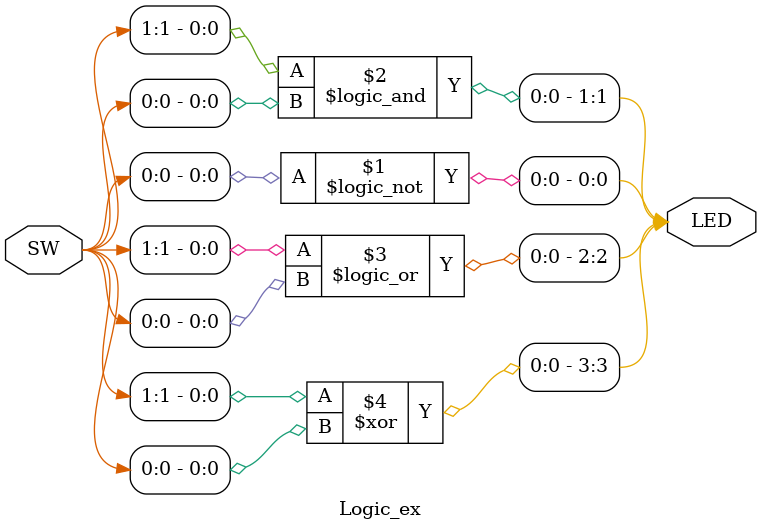
<source format=sv>
`timescale 1ns / 1ps


module Logic_ex(
    input wire [1:0] SW,
    output logic [3:0] LED
    );
    
assign LED[0] = !SW[0];
assign LED[1] = SW[1] && SW[0];
assign LED[2] = SW[1] || SW[0];
assign LED[3] = SW[1] ^ SW[0];

endmodule

</source>
